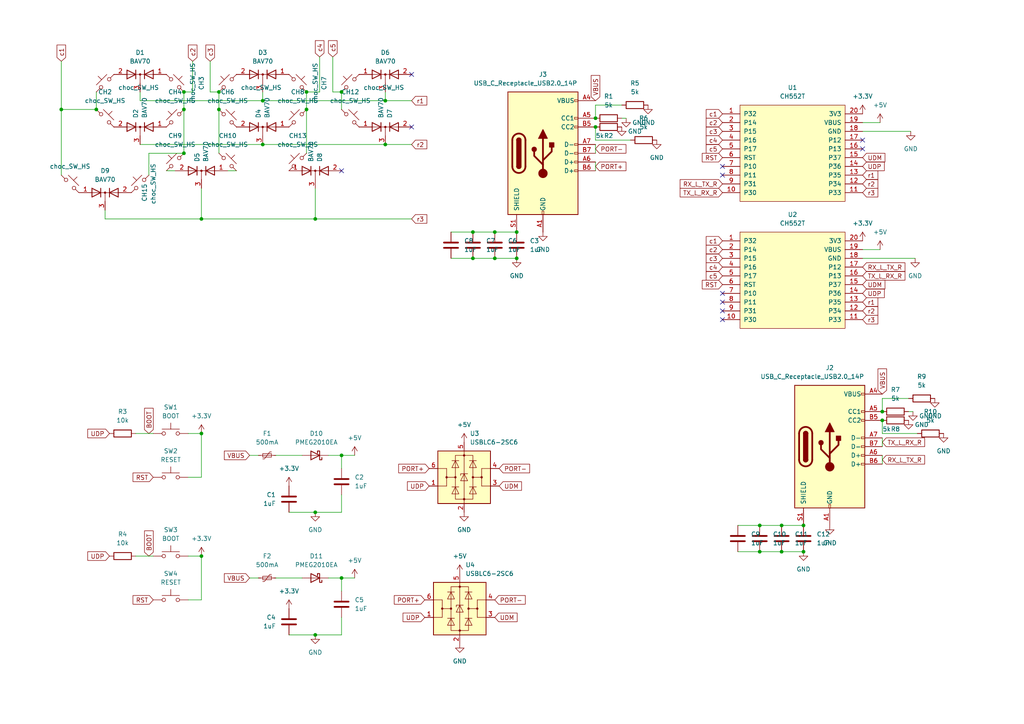
<source format=kicad_sch>
(kicad_sch (version 20231120) (generator "eeschema") (generator_version "8.0")
  (paper "A4")
  (lib_symbols
    (symbol "Connector:USB_C_Receptacle_USB2.0_14P" (pin_names (offset 1.016))
      (property "Reference" "J" (at 0 22.225 0))
      (property "Value" "USB_C_Receptacle_USB2.0_14P" (at 0 19.685 0))
      (symbol "USB_C_Receptacle_USB2.0_14P_0_0"
        (rectangle (start -0.254 -17.78) (end 0.254 -16.764))
        (rectangle (start 10.16 -4.826) (end 9.144 -5.334))
        (rectangle (start 10.16 -2.286) (end 9.144 -2.794))
        (rectangle (start 10.16 0.254) (end 9.144 -0.254))
        (rectangle (start 10.16 2.794) (end 9.144 2.286))
        (rectangle (start 10.16 7.874) (end 9.144 7.366))
        (rectangle (start 10.16 10.414) (end 9.144 9.906))
        (rectangle (start 10.16 15.494) (end 9.144 14.986))
      )
      (symbol "USB_C_Receptacle_USB2.0_14P_0_1"
        (rectangle (start -10.16 17.78) (end 10.16 -17.78) (stroke (width 0.254)) (fill (type background)))
        (arc (start -8.89 -3.81) (mid -6.985 -5.7067) (end -5.08 -3.81) (stroke (width 0.508)))
        (arc (start -7.62 -3.81) (mid -6.985 -4.4423) (end -6.35 -3.81) (stroke (width 0.254)))
        (arc (start -7.62 -3.81) (mid -6.985 -4.4423) (end -6.35 -3.81) (stroke (width 0.254)) (fill (type outline)))
        (rectangle (start -7.62 -3.81) (end -6.35 3.81) (stroke (width 0.254)) (fill (type outline)))
        (arc (start -6.35 3.81) (mid -6.985 4.4423) (end -7.62 3.81) (stroke (width 0.254)))
        (arc (start -6.35 3.81) (mid -6.985 4.4423) (end -7.62 3.81) (stroke (width 0.254)) (fill (type outline)))
        (arc (start -5.08 3.81) (mid -6.985 5.7067) (end -8.89 3.81) (stroke (width 0.508)))
        (circle (center -2.54 1.143) (radius 0.635) (stroke (width 0.254)) (fill (type outline)))
        (circle (center 0 -5.842) (radius 1.27) (fill (type outline)))
        (polyline (pts (xy -8.89 -3.81) (xy -8.89 3.81)) (stroke (width 0.508)))
        (polyline (pts (xy -5.08 3.81) (xy -5.08 -3.81)) (stroke (width 0.508)))
        (polyline (pts (xy 0 -5.842) (xy 0 4.318)) (stroke (width 0.508)))
        (polyline (pts (xy 0 -3.302) (xy -2.54 -0.762) (xy -2.54 0.508)) (stroke (width 0.508)))
        (polyline (pts (xy 0 -2.032) (xy 2.54 0.508) (xy 2.54 1.778)) (stroke (width 0.508)))
        (polyline (pts (xy -1.27 4.318) (xy 0 6.858) (xy 1.27 4.318) (xy -1.27 4.318)) (stroke (width 0.254)) (fill (type outline)))
        (rectangle (start 1.905 1.778) (end 3.175 3.048) (stroke (width 0.254)) (fill (type outline)))
      )
      (symbol "USB_C_Receptacle_USB2.0_14P_1_1"
        (pin passive line (at 0 -22.86 90) (length 5.08) (name "GND") (number "A1"))
        (pin passive line (at 0 -22.86 90) (length 5.08) hide (name "GND") (number "A12"))
        (pin passive line (at 15.24 15.24 180) (length 5.08) (name "VBUS") (number "A4"))
        (pin bidirectional line (at 15.24 10.16 180) (length 5.08) (name "CC1") (number "A5"))
        (pin bidirectional line (at 15.24 -2.54 180) (length 5.08) (name "D+") (number "A6"))
        (pin bidirectional line (at 15.24 2.54 180) (length 5.08) (name "D-") (number "A7"))
        (pin passive line (at 15.24 15.24 180) (length 5.08) hide (name "VBUS") (number "A9"))
        (pin passive line (at 0 -22.86 90) (length 5.08) hide (name "GND") (number "B1"))
        (pin passive line (at 0 -22.86 90) (length 5.08) hide (name "GND") (number "B12"))
        (pin passive line (at 15.24 15.24 180) (length 5.08) hide (name "VBUS") (number "B4"))
        (pin bidirectional line (at 15.24 7.62 180) (length 5.08) (name "CC2") (number "B5"))
        (pin bidirectional line (at 15.24 -5.08 180) (length 5.08) (name "D+") (number "B6"))
        (pin bidirectional line (at 15.24 0 180) (length 5.08) (name "D-") (number "B7"))
        (pin passive line (at 15.24 15.24 180) (length 5.08) hide (name "VBUS") (number "B9"))
        (pin passive line (at -7.62 -22.86 90) (length 5.08) (name "SHIELD") (number "S1"))
      )
    )
    (symbol "Device:C" (pin_numbers hide) (pin_names (offset 0.254))
      (property "Reference" "C" (at 0.635 2.54 0))
      (property "Value" "C" (at 0.635 -2.54 0))
      (symbol "C_0_1"
        (polyline (pts (xy -2.032 -0.762) (xy 2.032 -0.762)) (stroke (width 0.508)))
        (polyline (pts (xy -2.032 0.762) (xy 2.032 0.762)) (stroke (width 0.508)))
      )
      (symbol "C_1_1"
        (pin passive line (at 0 3.81 270) (length 2.794) (name "~") (number "1"))
        (pin passive line (at 0 -3.81 90) (length 2.794) (name "~") (number "2"))
      )
    )
    (symbol "Device:D_Schottky" (pin_numbers hide) (pin_names (offset 1.016) hide)
      (property "Reference" "D" (at 0 2.54 0))
      (property "Value" "D_Schottky" (at 0 -2.54 0))
      (symbol "D_Schottky_0_1"
        (polyline (pts (xy 1.27 0) (xy -1.27 0)))
        (polyline (pts (xy 1.27 1.27) (xy 1.27 -1.27) (xy -1.27 0) (xy 1.27 1.27)) (stroke (width 0.254)))
        (polyline (pts (xy -1.905 0.635) (xy -1.905 1.27) (xy -1.27 1.27) (xy -1.27 -1.27) (xy -0.635 -1.27) (xy -0.635 -0.635)) (stroke (width 0.254)))
      )
      (symbol "D_Schottky_1_1"
        (pin passive line (at -3.81 0 0) (length 2.54) (name "K") (number "1"))
        (pin passive line (at 3.81 0 180) (length 2.54) (name "A") (number "2"))
      )
    )
    (symbol "Device:Polyfuse_Small" (pin_numbers hide) (pin_names (offset 0))
      (property "Reference" "F" (at -1.905 0 90))
      (property "Value" "Polyfuse_Small" (at 1.905 0 90))
      (symbol "Polyfuse_Small_0_1"
        (rectangle (start -0.508 1.27) (end 0.508 -1.27))
        (polyline (pts (xy 0 2.54) (xy 0 -2.54)))
        (polyline (pts (xy -1.016 1.27) (xy -1.016 0.762) (xy 1.016 -0.762) (xy 1.016 -1.27)))
      )
      (symbol "Polyfuse_Small_1_1"
        (pin passive line (at 0 2.54 270) (length 0.635) (name "~") (number "1"))
        (pin passive line (at 0 -2.54 90) (length 0.635) (name "~") (number "2"))
      )
    )
    (symbol "Device:R" (pin_numbers hide) (pin_names (offset 0))
      (property "Reference" "R" (at 2.032 0 90))
      (property "Value" "R" (at 0 0 90))
      (symbol "R_0_1"
        (rectangle (start -1.016 -2.54) (end 1.016 2.54) (stroke (width 0.254)))
      )
      (symbol "R_1_1"
        (pin passive line (at 0 3.81 270) (length 1.27) (name "~") (number "1"))
        (pin passive line (at 0 -3.81 90) (length 1.27) (name "~") (number "2"))
      )
    )
    (symbol "Diode:BAV70" (pin_names hide)
      (property "Reference" "D" (at 0.635 -2.54 0))
      (property "Value" "BAV70" (at 0 2.54 0))
      (symbol "BAV70_0_1"
        (polyline (pts (xy -3.81 0) (xy 3.81 0)))
        (polyline (pts (xy 0 0) (xy 0 -2.54)))
        (polyline (pts (xy -1.27 -1.27) (xy -1.27 1.27) (xy -1.27 1.27)) (stroke (width 0.254)))
        (polyline (pts (xy 1.27 -1.27) (xy 1.27 1.27) (xy 1.27 1.27)) (stroke (width 0.254)))
        (polyline (pts (xy -3.81 1.27) (xy -1.27 0) (xy -3.81 -1.27) (xy -3.81 1.27) (xy -3.81 1.27) (xy -3.81 1.27)) (stroke (width 0.254)))
        (polyline (pts (xy 3.81 -1.27) (xy 1.27 0) (xy 3.81 1.27) (xy 3.81 -1.27) (xy 3.81 -1.27) (xy 3.81 -1.27)) (stroke (width 0.254)))
        (circle (center 0 0) (radius 0.254) (fill (type outline)))
        (pin passive line (at -7.62 0 0) (length 3.81) (name "A") (number "1"))
        (pin passive line (at 7.62 0 180) (length 3.81) (name "A") (number "2"))
        (pin passive line (at 0 -5.08 90) (length 2.54) (name "K") (number "3"))
      )
    )
    (symbol "PCM_marbastlib-choc:choc_SW_HS" (pin_numbers hide) (pin_names (offset 1.016) hide)
      (property "Reference" "CH" (at 3.048 1.016 0))
      (property "Value" "choc_SW_HS" (at 0 -3.81 0))
      (symbol "choc_SW_HS_0_1"
        (circle (center -1.1684 1.1684) (radius 0.508))
        (polyline (pts (xy -0.508 2.54) (xy 2.54 -0.508)))
        (polyline (pts (xy 1.016 1.016) (xy 2.032 2.032)))
        (polyline (pts (xy -2.54 2.54) (xy -1.524 1.524) (xy -1.524 1.524)))
        (polyline (pts (xy 1.524 -1.524) (xy 2.54 -2.54) (xy 2.54 -2.54) (xy 2.54 -2.54)))
        (circle (center 1.143 -1.1938) (radius 0.508))
        (pin passive line (at -2.54 2.54 0) (length 0) (name "1") (number "1"))
        (pin passive line (at 2.54 -2.54 180) (length 0) (name "2") (number "2"))
      )
    )
    (symbol "Power_Protection:USBLC6-2SC6" (pin_names hide)
      (property "Reference" "U" (at 2.54 8.89 0))
      (property "Value" "USBLC6-2SC6" (at 2.54 -8.89 0))
      (symbol "USBLC6-2SC6_0_1"
        (rectangle (start -7.62 -7.62) (end 7.62 7.62) (stroke (width 0.254)) (fill (type background)))
        (circle (center -5.08 0) (radius 0.254) (fill (type outline)))
        (circle (center -2.54 0) (radius 0.254) (fill (type outline)))
        (rectangle (start -2.54 6.35) (end 2.54 -6.35))
        (circle (center 0 -6.35) (radius 0.254) (fill (type outline)))
        (polyline (pts (xy -5.08 -2.54) (xy -7.62 -2.54)))
        (polyline (pts (xy -5.08 0) (xy -5.08 -2.54)))
        (polyline (pts (xy -5.08 2.54) (xy -7.62 2.54)))
        (polyline (pts (xy -1.524 -2.794) (xy -3.556 -2.794)))
        (polyline (pts (xy -1.524 4.826) (xy -3.556 4.826)))
        (polyline (pts (xy 0 -7.62) (xy 0 -6.35)))
        (polyline (pts (xy 0 -6.35) (xy 0 1.27)))
        (polyline (pts (xy 0 1.27) (xy 0 6.35)))
        (polyline (pts (xy 0 6.35) (xy 0 7.62)))
        (polyline (pts (xy 1.524 -2.794) (xy 3.556 -2.794)))
        (polyline (pts (xy 1.524 4.826) (xy 3.556 4.826)))
        (polyline (pts (xy 5.08 -2.54) (xy 7.62 -2.54)))
        (polyline (pts (xy 5.08 0) (xy 5.08 -2.54)))
        (polyline (pts (xy 5.08 2.54) (xy 7.62 2.54)))
        (polyline (pts (xy -2.54 0) (xy -5.08 0) (xy -5.08 2.54)))
        (polyline (pts (xy 2.54 0) (xy 5.08 0) (xy 5.08 2.54)))
        (polyline (pts (xy -3.556 -4.826) (xy -1.524 -4.826) (xy -2.54 -2.794) (xy -3.556 -4.826)))
        (polyline (pts (xy -3.556 2.794) (xy -1.524 2.794) (xy -2.54 4.826) (xy -3.556 2.794)))
        (polyline (pts (xy -1.016 -1.016) (xy 1.016 -1.016) (xy 0 1.016) (xy -1.016 -1.016)))
        (polyline (pts (xy 1.016 1.016) (xy 0.762 1.016) (xy -1.016 1.016) (xy -1.016 0.508)))
        (polyline (pts (xy 3.556 -4.826) (xy 1.524 -4.826) (xy 2.54 -2.794) (xy 3.556 -4.826)))
        (polyline (pts (xy 3.556 2.794) (xy 1.524 2.794) (xy 2.54 4.826) (xy 3.556 2.794)))
        (circle (center 0 6.35) (radius 0.254) (fill (type outline)))
        (circle (center 2.54 0) (radius 0.254) (fill (type outline)))
        (circle (center 5.08 0) (radius 0.254) (fill (type outline)))
      )
      (symbol "USBLC6-2SC6_1_1"
        (pin passive line (at -10.16 -2.54 0) (length 2.54) (name "I/O1") (number "1"))
        (pin passive line (at 0 -10.16 90) (length 2.54) (name "GND") (number "2"))
        (pin passive line (at 10.16 -2.54 180) (length 2.54) (name "I/O2") (number "3"))
        (pin passive line (at 10.16 2.54 180) (length 2.54) (name "I/O2") (number "4"))
        (pin passive line (at 0 10.16 270) (length 2.54) (name "VBUS") (number "5"))
        (pin passive line (at -10.16 2.54 0) (length 2.54) (name "I/O1") (number "6"))
      )
    )
    (symbol "ProjectLocal:CH552T" (pin_names (offset 1.016))
      (property "Reference" "U" (at -12.7 27.94 0))
      (property "Value" "CH552T" (at 0 12.7 90))
      (symbol "CH552T_0_1"
        (rectangle (start -15.24 25.4) (end 15.24 -2.54) (fill (type background)))
      )
      (symbol "CH552T_1_1"
        (pin bidirectional line (at -20.32 22.86 0) (length 5.08) (name "P32") (number "1"))
        (pin bidirectional line (at -20.32 0 0) (length 5.08) (name "P30") (number "10"))
        (pin bidirectional line (at 20.32 0 180) (length 5.08) (name "P33") (number "11"))
        (pin bidirectional line (at 20.32 2.54 180) (length 5.08) (name "P34") (number "12"))
        (pin bidirectional line (at 20.32 5.08 180) (length 5.08) (name "P35") (number "13"))
        (pin bidirectional line (at 20.32 7.62 180) (length 5.08) (name "P36") (number "14"))
        (pin bidirectional line (at 20.32 10.16 180) (length 5.08) (name "P37") (number "15"))
        (pin bidirectional line (at 20.32 12.7 180) (length 5.08) (name "P13") (number "16"))
        (pin bidirectional line (at 20.32 15.24 180) (length 5.08) (name "P12") (number "17"))
        (pin power_out line (at 20.32 17.78 180) (length 5.08) (name "GND") (number "18"))
        (pin power_out line (at 20.32 20.32 180) (length 5.08) (name "VBUS") (number "19"))
        (pin bidirectional line (at -20.32 20.32 0) (length 5.08) (name "P14") (number "2"))
        (pin power_out line (at 20.32 22.86 180) (length 5.08) (name "3V3") (number "20"))
        (pin bidirectional line (at -20.32 17.78 0) (length 5.08) (name "P15") (number "3"))
        (pin bidirectional line (at -20.32 15.24 0) (length 5.08) (name "P16") (number "4"))
        (pin bidirectional line (at -20.32 12.7 0) (length 5.08) (name "P17") (number "5"))
        (pin bidirectional line (at -20.32 10.16 0) (length 5.08) (name "RST") (number "6"))
        (pin bidirectional line (at -20.32 7.62 0) (length 5.08) (name "P10") (number "7"))
        (pin bidirectional line (at -20.32 5.08 0) (length 5.08) (name "P11") (number "8"))
        (pin bidirectional line (at -20.32 2.54 0) (length 5.08) (name "P31") (number "9"))
      )
    )
    (symbol "Switch:SW_Push" (pin_numbers hide) (pin_names (offset 1.016) hide)
      (property "Reference" "SW" (at 1.27 2.54 0))
      (property "Value" "SW_Push" (at 0 -1.524 0))
      (symbol "SW_Push_0_1"
        (circle (center -2.032 0) (radius 0.508))
        (polyline (pts (xy 0 1.27) (xy 0 3.048)))
        (polyline (pts (xy 2.54 1.27) (xy -2.54 1.27)))
        (circle (center 2.032 0) (radius 0.508))
        (pin passive line (at -5.08 0 0) (length 2.54) (name "1") (number "1"))
        (pin passive line (at 5.08 0 180) (length 2.54) (name "2") (number "2"))
      )
    )
    (symbol "power:+3.3V" (power) (pin_names (offset 0))
      (property "Value" "+3.3V" (at 0 3.556 0))
      (symbol "+3.3V_0_1"
        (polyline (pts (xy -0.762 1.27) (xy 0 2.54)))
        (polyline (pts (xy 0 0) (xy 0 2.54)))
        (polyline (pts (xy 0 2.54) (xy 0.762 1.27)))
      )
      (symbol "+3.3V_1_1"
        (pin power_in line (at 0 0 90) (length 0) hide (name "+3.3V") (number "1"))
      )
    )
    (symbol "power:+5V" (power) (pin_names (offset 0))
      (property "Value" "+5V" (at 0 3.556 0))
      (symbol "+5V_0_1"
        (polyline (pts (xy -0.762 1.27) (xy 0 2.54)))
        (polyline (pts (xy 0 0) (xy 0 2.54)))
        (polyline (pts (xy 0 2.54) (xy 0.762 1.27)))
      )
      (symbol "+5V_1_1"
        (pin power_in line (at 0 0 90) (length 0) hide (name "+5V") (number "1"))
      )
    )
    (symbol "power:GND" (power) (pin_names (offset 0))
      (property "Value" "GND" (at 0 -3.81 0))
      (symbol "GND_0_1"
        (polyline (pts (xy 0 0) (xy 0 -1.27) (xy 1.27 -1.27) (xy 0 -2.54) (xy -1.27 -1.27) (xy 0 -1.27)))
      )
      (symbol "GND_1_1"
        (pin power_in line (at 0 0 270) (length 0) hide (name "GND") (number "1"))
      )
    )
  )
  (junction (at 137.16 74.93))
  (junction (at 53.34 44.45))
  (junction (at 233.045 152.4))
  (junction (at 99.06 26.67))
  (junction (at 143.51 67.31))
  (junction (at 111.76 41.91))
  (junction (at 111.76 29.21))
  (junction (at 99.06 167.64))
  (junction (at 58.42 125.73))
  (junction (at 27.94 31.75))
  (junction (at 88.9 26.67))
  (junction (at 17.78 31.75))
  (junction (at 76.2 41.91))
  (junction (at 53.34 26.67))
  (junction (at 255.905 119.38))
  (junction (at 53.34 31.75))
  (junction (at 233.045 160.02))
  (junction (at 137.16 67.31))
  (junction (at 63.5 31.75))
  (junction (at 143.51 74.93))
  (junction (at 226.695 152.4))
  (junction (at 88.9 31.75))
  (junction (at 220.345 152.4))
  (junction (at 220.345 160.02))
  (junction (at 149.86 67.31))
  (junction (at 149.86 74.93))
  (junction (at 91.44 148.59))
  (junction (at 91.44 184.15))
  (junction (at 172.72 34.29))
  (junction (at 172.72 36.83))
  (junction (at 226.695 160.02))
  (junction (at 76.2 29.21))
  (junction (at 255.905 121.92))
  (junction (at 58.42 161.29))
  (junction (at 63.5 26.67))
  (junction (at 91.44 63.5))
  (junction (at 58.42 63.5))
  (junction (at 99.06 132.08))
  (no_connect (at 119.38 21.59))
  (no_connect (at 250.19 43.18))
  (no_connect (at 209.55 85.09))
  (no_connect (at 99.06 49.53))
  (no_connect (at 209.55 48.26))
  (no_connect (at 250.19 40.64))
  (no_connect (at 209.55 87.63))
  (no_connect (at 119.38 36.83))
  (no_connect (at 209.55 90.17))
  (no_connect (at 209.55 50.8))
  (no_connect (at 209.55 92.71))
  (wire (pts (xy 76.2 29.21) (xy 111.76 29.21)))
  (wire (pts (xy 53.34 26.67) (xy 53.34 31.75)))
  (wire (pts (xy 88.9 31.75) (xy 88.9 44.45)))
  (wire (pts (xy 55.88 17.78) (xy 55.88 26.67)))
  (wire (pts (xy 76.2 41.91) (xy 111.76 41.91)))
  (wire (pts (xy 48.26 49.53) (xy 50.8 49.53)))
  (wire (pts (xy 95.25 167.64) (xy 99.06 167.64)))
  (wire (pts (xy 30.48 63.5) (xy 58.42 63.5)))
  (wire (pts (xy 172.72 30.48) (xy 180.34 30.48)))
  (wire (pts (xy 40.64 26.67) (xy 40.64 29.21)))
  (wire (pts (xy 172.72 40.64) (xy 182.88 40.64)))
  (wire (pts (xy 213.995 160.02) (xy 220.345 160.02)))
  (wire (pts (xy 255.905 125.73) (xy 266.065 125.73)))
  (wire (pts (xy 99.06 148.59) (xy 99.06 143.51)))
  (wire (pts (xy 66.04 49.53) (xy 68.58 49.53)))
  (wire (pts (xy 72.39 132.08) (xy 74.93 132.08)))
  (wire (pts (xy 137.16 67.31) (xy 143.51 67.31)))
  (wire (pts (xy 39.37 161.29) (xy 44.45 161.29)))
  (wire (pts (xy 58.42 63.5) (xy 58.42 54.61)))
  (wire (pts (xy 80.01 132.08) (xy 87.63 132.08)))
  (wire (pts (xy 53.34 44.45) (xy 43.18 44.45)))
  (wire (pts (xy 17.78 17.78) (xy 17.78 31.75)))
  (wire (pts (xy 137.16 74.93) (xy 143.51 74.93)))
  (wire (pts (xy 255.905 127) (xy 255.905 129.54)))
  (wire (pts (xy 60.96 17.78) (xy 60.96 26.67)))
  (wire (pts (xy 54.61 173.99) (xy 58.42 173.99)))
  (wire (pts (xy 54.61 138.43) (xy 58.42 138.43)))
  (wire (pts (xy 255.905 115.57) (xy 263.525 115.57)))
  (wire (pts (xy 92.71 16.51) (xy 92.71 26.67)))
  (wire (pts (xy 92.71 26.67) (xy 88.9 26.67)))
  (wire (pts (xy 91.44 63.5) (xy 119.38 63.5)))
  (wire (pts (xy 250.19 72.39) (xy 255.27 72.39)))
  (wire (pts (xy 255.905 121.92) (xy 255.905 125.73)))
  (wire (pts (xy 220.345 160.02) (xy 226.695 160.02)))
  (wire (pts (xy 91.44 148.59) (xy 99.06 148.59)))
  (wire (pts (xy 99.06 26.67) (xy 99.06 31.75)))
  (wire (pts (xy 220.345 152.4) (xy 226.695 152.4)))
  (wire (pts (xy 172.72 41.91) (xy 172.72 44.45)))
  (wire (pts (xy 172.72 46.99) (xy 172.72 49.53)))
  (wire (pts (xy 172.72 30.48) (xy 172.72 34.29)))
  (wire (pts (xy 55.88 26.67) (xy 53.34 26.67)))
  (wire (pts (xy 96.52 16.51) (xy 96.52 26.67)))
  (wire (pts (xy 263.525 119.38) (xy 264.795 119.38)))
  (wire (pts (xy 40.64 29.21) (xy 76.2 29.21)))
  (wire (pts (xy 99.06 132.08) (xy 102.87 132.08)))
  (wire (pts (xy 27.94 26.67) (xy 27.94 31.75)))
  (wire (pts (xy 39.37 125.73) (xy 44.45 125.73)))
  (wire (pts (xy 17.78 31.75) (xy 17.78 50.8)))
  (wire (pts (xy 83.82 148.59) (xy 91.44 148.59)))
  (wire (pts (xy 250.19 74.93) (xy 265.43 74.93)))
  (wire (pts (xy 88.9 26.67) (xy 88.9 31.75)))
  (wire (pts (xy 255.905 132.08) (xy 255.905 134.62)))
  (wire (pts (xy 80.01 167.64) (xy 87.63 167.64)))
  (wire (pts (xy 99.06 167.64) (xy 99.06 171.45)))
  (wire (pts (xy 111.76 29.21) (xy 111.76 26.67)))
  (wire (pts (xy 76.2 26.67) (xy 76.2 29.21)))
  (wire (pts (xy 83.82 184.15) (xy 91.44 184.15)))
  (wire (pts (xy 54.61 125.73) (xy 58.42 125.73)))
  (wire (pts (xy 58.42 63.5) (xy 91.44 63.5)))
  (wire (pts (xy 226.695 160.02) (xy 233.045 160.02)))
  (wire (pts (xy 143.51 74.93) (xy 149.86 74.93)))
  (wire (pts (xy 180.34 34.29) (xy 181.61 34.29)))
  (wire (pts (xy 226.695 152.4) (xy 233.045 152.4)))
  (wire (pts (xy 111.76 41.91) (xy 119.38 41.91)))
  (wire (pts (xy 91.44 54.61) (xy 91.44 63.5)))
  (wire (pts (xy 30.48 60.96) (xy 30.48 63.5)))
  (wire (pts (xy 250.19 35.56) (xy 255.27 35.56)))
  (wire (pts (xy 58.42 161.29) (xy 58.42 173.99)))
  (wire (pts (xy 91.44 184.15) (xy 99.06 184.15)))
  (wire (pts (xy 63.5 31.75) (xy 63.5 44.45)))
  (wire (pts (xy 143.51 67.31) (xy 149.86 67.31)))
  (wire (pts (xy 40.64 41.91) (xy 76.2 41.91)))
  (wire (pts (xy 60.96 26.67) (xy 63.5 26.67)))
  (wire (pts (xy 72.39 167.64) (xy 74.93 167.64)))
  (wire (pts (xy 250.19 38.1) (xy 264.16 38.1)))
  (wire (pts (xy 213.995 152.4) (xy 220.345 152.4)))
  (wire (pts (xy 130.81 74.93) (xy 137.16 74.93)))
  (wire (pts (xy 54.61 161.29) (xy 58.42 161.29)))
  (wire (pts (xy 99.06 132.08) (xy 99.06 135.89)))
  (wire (pts (xy 53.34 31.75) (xy 53.34 44.45)))
  (wire (pts (xy 99.06 167.64) (xy 102.87 167.64)))
  (wire (pts (xy 95.25 132.08) (xy 99.06 132.08)))
  (wire (pts (xy 43.18 44.45) (xy 43.18 50.8)))
  (wire (pts (xy 111.76 29.21) (xy 119.38 29.21)))
  (wire (pts (xy 255.905 115.57) (xy 255.905 119.38)))
  (wire (pts (xy 58.42 125.73) (xy 58.42 138.43)))
  (wire (pts (xy 63.5 26.67) (xy 63.5 31.75)))
  (wire (pts (xy 172.72 36.83) (xy 172.72 40.64)))
  (wire (pts (xy 17.78 31.75) (xy 27.94 31.75)))
  (wire (pts (xy 96.52 26.67) (xy 99.06 26.67)))
  (wire (pts (xy 99.06 184.15) (xy 99.06 179.07)))
  (wire (pts (xy 130.81 67.31) (xy 137.16 67.31)))
  (global_label "BOOT" (shape input) (at 43.18 161.29 90) (property "Intersheetrefs" "${INTERSHEET_REFS}" (effects (hide yes))))
  (global_label "TX_L_RX_R" (shape input) (at 250.19 80.01 0) (property "Intersheetrefs" "${INTERSHEET_REFS}" (effects (hide yes))))
  (global_label "PORT+" (shape input) (at 123.19 173.99 180) (property "Intersheetrefs" "${INTERSHEET_REFS}" (effects (hide yes))))
  (global_label "VBUS" (shape input) (at 255.905 114.3 90) (property "Intersheetrefs" "${INTERSHEET_REFS}" (effects (hide yes))))
  (global_label "VBUS" (shape input) (at 72.39 167.64 180) (property "Intersheetrefs" "${INTERSHEET_REFS}" (effects (hide yes))))
  (global_label "UDP" (shape input) (at 250.19 85.09 0) (property "Intersheetrefs" "${INTERSHEET_REFS}" (effects (hide yes))))
  (global_label "r1" (shape input) (at 119.38 29.21 0) (property "Intersheetrefs" "${INTERSHEET_REFS}" (effects (hide yes))))
  (global_label "RX_L_TX_R" (shape input) (at 250.19 77.47 0) (property "Intersheetrefs" "${INTERSHEET_REFS}" (effects (hide yes))))
  (global_label "PORT+" (shape input) (at 172.72 48.26 0) (property "Intersheetrefs" "${INTERSHEET_REFS}" (effects (hide yes))))
  (global_label "c1" (shape input) (at 209.55 69.85 180) (property "Intersheetrefs" "${INTERSHEET_REFS}" (effects (hide yes))))
  (global_label "VBUS" (shape input) (at 72.39 132.08 180) (property "Intersheetrefs" "${INTERSHEET_REFS}" (effects (hide yes))))
  (global_label "r2" (shape input) (at 250.19 90.17 0) (property "Intersheetrefs" "${INTERSHEET_REFS}" (effects (hide yes))))
  (global_label "UDP" (shape input) (at 31.75 161.29 180) (property "Intersheetrefs" "${INTERSHEET_REFS}" (effects (hide yes))))
  (global_label "r3" (shape input) (at 250.19 55.88 0) (property "Intersheetrefs" "${INTERSHEET_REFS}" (effects (hide yes))))
  (global_label "UDM" (shape input) (at 250.19 82.55 0) (property "Intersheetrefs" "${INTERSHEET_REFS}" (effects (hide yes))))
  (global_label "c3" (shape input) (at 60.96 17.78 90) (property "Intersheetrefs" "${INTERSHEET_REFS}" (effects (hide yes))))
  (global_label "PORT+" (shape input) (at 124.46 135.89 180) (property "Intersheetrefs" "${INTERSHEET_REFS}" (effects (hide yes))))
  (global_label "r3" (shape input) (at 119.38 63.5 0) (property "Intersheetrefs" "${INTERSHEET_REFS}" (effects (hide yes))))
  (global_label "UDP" (shape input) (at 250.19 48.26 0) (property "Intersheetrefs" "${INTERSHEET_REFS}" (effects (hide yes))))
  (global_label "UDM" (shape input) (at 144.78 140.97 0) (property "Intersheetrefs" "${INTERSHEET_REFS}" (effects (hide yes))))
  (global_label "c1" (shape input) (at 209.55 33.02 180) (property "Intersheetrefs" "${INTERSHEET_REFS}" (effects (hide yes))))
  (global_label "RST" (shape input) (at 44.45 138.43 180) (property "Intersheetrefs" "${INTERSHEET_REFS}" (effects (hide yes))))
  (global_label "r2" (shape input) (at 250.19 53.34 0) (property "Intersheetrefs" "${INTERSHEET_REFS}" (effects (hide yes))))
  (global_label "c3" (shape input) (at 209.55 38.1 180) (property "Intersheetrefs" "${INTERSHEET_REFS}" (effects (hide yes))))
  (global_label "c2" (shape input) (at 209.55 72.39 180) (property "Intersheetrefs" "${INTERSHEET_REFS}" (effects (hide yes))))
  (global_label "UDP" (shape input) (at 123.19 179.07 180) (property "Intersheetrefs" "${INTERSHEET_REFS}" (effects (hide yes))))
  (global_label "r2" (shape input) (at 119.38 41.91 0) (property "Intersheetrefs" "${INTERSHEET_REFS}" (effects (hide yes))))
  (global_label "UDM" (shape input) (at 143.51 179.07 0) (property "Intersheetrefs" "${INTERSHEET_REFS}" (effects (hide yes))))
  (global_label "c4" (shape input) (at 209.55 77.47 180) (property "Intersheetrefs" "${INTERSHEET_REFS}" (effects (hide yes))))
  (global_label "PORT-" (shape input) (at 172.72 43.18 0) (property "Intersheetrefs" "${INTERSHEET_REFS}" (effects (hide yes))))
  (global_label "VBUS" (shape input) (at 172.72 29.21 90) (property "Intersheetrefs" "${INTERSHEET_REFS}" (effects (hide yes))))
  (global_label "RX_L_TX_R" (shape input) (at 209.55 53.34 180) (property "Intersheetrefs" "${INTERSHEET_REFS}" (effects (hide yes))))
  (global_label "RST" (shape input) (at 209.55 45.72 180) (property "Intersheetrefs" "${INTERSHEET_REFS}" (effects (hide yes))))
  (global_label "UDP" (shape input) (at 31.75 125.73 180) (property "Intersheetrefs" "${INTERSHEET_REFS}" (effects (hide yes))))
  (global_label "c2" (shape input) (at 55.88 17.78 90) (property "Intersheetrefs" "${INTERSHEET_REFS}" (effects (hide yes))))
  (global_label "PORT-" (shape input) (at 143.51 173.99 0) (property "Intersheetrefs" "${INTERSHEET_REFS}" (effects (hide yes))))
  (global_label "c1" (shape input) (at 17.78 17.78 90) (property "Intersheetrefs" "${INTERSHEET_REFS}" (effects (hide yes))))
  (global_label "TX_L_RX_R" (shape input) (at 255.905 128.27 0) (property "Intersheetrefs" "${INTERSHEET_REFS}" (effects (hide yes))))
  (global_label "PORT-" (shape input) (at 144.78 135.89 0) (property "Intersheetrefs" "${INTERSHEET_REFS}" (effects (hide yes))))
  (global_label "c5" (shape input) (at 209.55 80.01 180) (property "Intersheetrefs" "${INTERSHEET_REFS}" (effects (hide yes))))
  (global_label "UDM" (shape input) (at 250.19 45.72 0) (property "Intersheetrefs" "${INTERSHEET_REFS}" (effects (hide yes))))
  (global_label "c5" (shape input) (at 209.55 43.18 180) (property "Intersheetrefs" "${INTERSHEET_REFS}" (effects (hide yes))))
  (global_label "c3" (shape input) (at 209.55 74.93 180) (property "Intersheetrefs" "${INTERSHEET_REFS}" (effects (hide yes))))
  (global_label "RX_L_TX_R" (shape input) (at 255.905 133.35 0) (property "Intersheetrefs" "${INTERSHEET_REFS}" (effects (hide yes))))
  (global_label "RST" (shape input) (at 209.55 82.55 180) (property "Intersheetrefs" "${INTERSHEET_REFS}" (effects (hide yes))))
  (global_label "r3" (shape input) (at 250.19 92.71 0) (property "Intersheetrefs" "${INTERSHEET_REFS}" (effects (hide yes))))
  (global_label "TX_L_RX_R" (shape input) (at 209.55 55.88 180) (property "Intersheetrefs" "${INTERSHEET_REFS}" (effects (hide yes))))
  (global_label "BOOT" (shape input) (at 43.18 125.73 90) (property "Intersheetrefs" "${INTERSHEET_REFS}" (effects (hide yes))))
  (global_label "c5" (shape input) (at 96.52 16.51 90) (property "Intersheetrefs" "${INTERSHEET_REFS}" (effects (hide yes))))
  (global_label "c4" (shape input) (at 209.55 40.64 180) (property "Intersheetrefs" "${INTERSHEET_REFS}" (effects (hide yes))))
  (global_label "UDP" (shape input) (at 124.46 140.97 180) (property "Intersheetrefs" "${INTERSHEET_REFS}" (effects (hide yes))))
  (global_label "c4" (shape input) (at 92.71 16.51 90) (property "Intersheetrefs" "${INTERSHEET_REFS}" (effects (hide yes))))
  (global_label "r1" (shape input) (at 250.19 87.63 0) (property "Intersheetrefs" "${INTERSHEET_REFS}" (effects (hide yes))))
  (global_label "RST" (shape input) (at 44.45 173.99 180) (property "Intersheetrefs" "${INTERSHEET_REFS}" (effects (hide yes))))
  (global_label "r1" (shape input) (at 250.19 50.8 0) (property "Intersheetrefs" "${INTERSHEET_REFS}" (effects (hide yes))))
  (global_label "c2" (shape input) (at 209.55 35.56 180) (property "Intersheetrefs" "${INTERSHEET_REFS}" (effects (hide yes))))
  (symbol (lib_id "Device:C") (at 233.045 156.21 0) (unit 1)
    (property "Reference" "C12" (at 236.855 154.94 0) (effects (justify left)))
    (property "Value" "1uF" (at 236.855 157.48 0) (effects (justify left)))
    (property "Footprint" "Capacitor_SMD:C_0603_1608Metric_Pad1.08x0.95mm_HandSolder" (effects (hide yes)))
  )
  (symbol (lib_id "power:GND") (at 233.045 160.02 0) (mirror y) (unit 1)
    (property "Reference" "#PWR030" (effects (hide yes)))
    (property "Value" "GND" (at 233.045 165.1 0))
  )
  (symbol (lib_id "Device:C") (at 137.16 71.12 0) (unit 1)
    (property "Reference" "C7" (at 140.97 69.85 0) (effects (justify left)))
    (property "Value" "1uF" (at 140.97 72.39 0) (effects (justify left)))
    (property "Footprint" "Capacitor_SMD:C_0603_1608Metric_Pad1.08x0.95mm_HandSolder" (effects (hide yes)))
  )
  (symbol (lib_id "PCM_marbastlib-choc:choc_SW_HS") (at 30.48 24.13 90) (unit 1)
    (property "Reference" "CH1" (effects (hide yes)))
    (property "Value" "choc_SW_HS" (at 34.29 25.4 90) (effects (justify right)))
    (property "Footprint" "s-ol:PG1350_hotswap_reversible" (effects (hide yes)))
  )
  (symbol (lib_id "Diode:BAV70") (at 58.42 49.53 0) (mirror y) (unit 1)
    (property "Reference" "D5" (at 57.15 46.99 90) (effects (justify left)))
    (property "Value" "BAV70" (at 59.69 46.99 90) (effects (justify left)))
    (property "Footprint" "Package_TO_SOT_SMD:SOT-23" (effects (hide yes)))
    (property "Datasheet" "https://assets.nexperia.com/documents/data-sheet/BAV70_SER.pdf" (effects (hide yes)))
  )
  (symbol (lib_id "Device:R") (at 267.335 115.57 90) (unit 1)
    (property "Reference" "R9" (at 267.335 109.22 90))
    (property "Value" "5k" (at 267.335 111.76 90))
    (property "Footprint" "Resistor_SMD:R_0603_1608Metric_Pad0.98x0.95mm_HandSolder" (effects (hide yes)))
  )
  (symbol (lib_id "Diode:BAV70") (at 111.76 21.59 0) (unit 1)
    (property "Reference" "D6" (at 111.76 15.24 0))
    (property "Value" "BAV70" (at 111.76 17.78 0))
    (property "Footprint" "Package_TO_SOT_SMD:SOT-23" (effects (hide yes)))
    (property "Datasheet" "https://assets.nexperia.com/documents/data-sheet/BAV70_SER.pdf" (effects (hide yes)))
  )
  (symbol (lib_id "PCM_marbastlib-choc:choc_SW_HS") (at 66.04 46.99 0) (unit 1)
    (property "Reference" "CH10" (at 66.04 39.37 0))
    (property "Value" "choc_SW_HS" (at 66.04 41.91 0))
    (property "Footprint" "s-ol:PG1350_hotswap_reversible" (effects (hide yes)))
  )
  (symbol (lib_id "ProjectLocal:CH552T") (at 229.87 92.71 0) (unit 1)
    (property "Reference" "U2" (at 229.87 62.23 0))
    (property "Value" "CH552T" (at 229.87 64.77 0))
    (property "Footprint" "Package_SO:TSSOP-20_4.4x6.5mm_P0.65mm" (effects (hide yes)))
    (property "LCSC" "C111367" (effects (hide yes)))
  )
  (symbol (lib_id "Device:C") (at 83.82 180.34 0) (unit 1)
    (property "Reference" "C4" (at 80.01 179.07 0) (effects (justify right)))
    (property "Value" "1uF" (at 80.01 181.61 0) (effects (justify right)))
    (property "Footprint" "Capacitor_SMD:C_0603_1608Metric_Pad1.08x0.95mm_HandSolder" (effects (hide yes)))
  )
  (symbol (lib_id "power:+3.3V") (at 250.19 33.02 0) (unit 1)
    (property "Reference" "#PWR07" (effects (hide yes)))
    (property "Value" "+3.3V" (at 250.19 27.94 0))
  )
  (symbol (lib_id "power:+5V") (at 102.87 167.64 0) (unit 1)
    (property "Reference" "#PWR020" (effects (hide yes)))
    (property "Value" "+5V" (at 102.87 162.56 0))
  )
  (symbol (lib_id "power:GND") (at 273.685 125.73 0) (unit 1)
    (property "Reference" "#PWR029" (effects (hide yes)))
    (property "Value" "GND" (at 273.685 130.81 0))
  )
  (symbol (lib_id "Device:C") (at 99.06 175.26 0) (unit 1)
    (property "Reference" "C5" (at 102.87 173.99 0) (effects (justify left)))
    (property "Value" "1uF" (at 102.87 176.53 0) (effects (justify left)))
    (property "Footprint" "Capacitor_SMD:C_0603_1608Metric_Pad1.08x0.95mm_HandSolder" (effects (hide yes)))
  )
  (symbol (lib_id "Device:R") (at 176.53 36.83 90) (unit 1)
    (property "Reference" "R2" (at 176.53 39.37 90))
    (property "Value" "5k" (at 173.99 39.37 90))
    (property "Footprint" "Resistor_SMD:R_0603_1608Metric_Pad0.98x0.95mm_HandSolder" (effects (hide yes)))
  )
  (symbol (lib_id "Power_Protection:USBLC6-2SC6") (at 133.35 176.53 0) (unit 1)
    (property "Reference" "U4" (at 135.0011 163.83 0) (effects (justify left)))
    (property "Value" "USBLC6-2SC6" (at 135.0011 166.37 0) (effects (justify left)))
    (property "Footprint" "Package_TO_SOT_SMD:SOT-23-6" (effects (hide yes)))
    (property "Datasheet" "https://www.st.com/resource/en/datasheet/usblc6-2.pdf" (effects (hide yes)))
  )
  (symbol (lib_id "Diode:BAV70") (at 91.44 49.53 0) (unit 1)
    (property "Reference" "D8" (at 92.71 46.99 90) (effects (justify left)))
    (property "Value" "BAV70" (at 90.17 46.99 90) (effects (justify left)))
    (property "Footprint" "Package_TO_SOT_SMD:SOT-23" (effects (hide yes)))
    (property "Datasheet" "https://assets.nexperia.com/documents/data-sheet/BAV70_SER.pdf" (effects (hide yes)))
  )
  (symbol (lib_id "power:GND") (at 271.145 115.57 0) (unit 1)
    (property "Reference" "#PWR028" (effects (hide yes)))
    (property "Value" "GND" (at 271.145 120.65 0))
  )
  (symbol (lib_id "power:GND") (at 149.86 74.93 0) (mirror y) (unit 1)
    (property "Reference" "#PWR014" (effects (hide yes)))
    (property "Value" "GND" (at 149.86 80.01 0))
  )
  (symbol (lib_id "Device:C") (at 220.345 156.21 0) (unit 1)
    (property "Reference" "C10" (at 224.155 154.94 0) (effects (justify left)))
    (property "Value" "1uF" (at 224.155 157.48 0) (effects (justify left)))
    (property "Footprint" "Capacitor_SMD:C_0603_1608Metric_Pad1.08x0.95mm_HandSolder" (effects (hide yes)))
  )
  (symbol (lib_id "Diode:BAV70") (at 76.2 21.59 0) (mirror y) (unit 1)
    (property "Reference" "D3" (at 76.2 15.24 0))
    (property "Value" "BAV70" (at 76.2 17.78 0))
    (property "Footprint" "Package_TO_SOT_SMD:SOT-23" (effects (hide yes)))
    (property "Datasheet" "https://assets.nexperia.com/documents/data-sheet/BAV70_SER.pdf" (effects (hide yes)))
  )
  (symbol (lib_id "Device:C") (at 130.81 71.12 0) (unit 1)
    (property "Reference" "C8" (at 134.62 69.85 0) (effects (justify left)))
    (property "Value" "1uF" (at 134.62 72.39 0) (effects (justify left)))
    (property "Footprint" "Capacitor_SMD:C_0603_1608Metric_Pad1.08x0.95mm_HandSolder" (effects (hide yes)))
  )
  (symbol (lib_id "PCM_marbastlib-choc:choc_SW_HS") (at 40.64 53.34 0) (mirror y) (unit 1)
    (property "Reference" "CH15" (at 41.91 55.88 90))
    (property "Value" "choc_SW_HS" (at 44.45 53.34 90))
    (property "Footprint" "s-ol:PG1350_hotswap_reversible" (effects (hide yes)))
  )
  (symbol (lib_id "PCM_marbastlib-choc:choc_SW_HS") (at 66.04 34.29 0) (unit 1)
    (property "Reference" "CH6" (at 66.04 26.67 0))
    (property "Value" "choc_SW_HS" (at 66.04 29.21 0))
    (property "Footprint" "s-ol:PG1350_hotswap_reversible" (effects (hide yes)))
  )
  (symbol (lib_id "power:GND") (at 263.525 121.92 0) (unit 1)
    (property "Reference" "#PWR026" (effects (hide yes)))
    (property "Value" "GND" (at 267.335 123.19 0))
  )
  (symbol (lib_id "Device:R") (at 184.15 30.48 90) (unit 1)
    (property "Reference" "R5" (at 184.15 24.13 90))
    (property "Value" "5k" (at 184.15 26.67 90))
    (property "Footprint" "Resistor_SMD:R_0603_1608Metric_Pad0.98x0.95mm_HandSolder" (effects (hide yes)))
  )
  (symbol (lib_id "power:GND") (at 264.16 38.1 0) (unit 1)
    (property "Reference" "#PWR015" (effects (hide yes)))
    (property "Value" "GND" (at 264.16 43.18 0))
  )
  (symbol (lib_id "power:GND") (at 265.43 74.93 0) (unit 1)
    (property "Reference" "#PWR06" (effects (hide yes)))
    (property "Value" "GND" (at 265.43 80.01 0))
  )
  (symbol (lib_id "power:+5V") (at 255.27 72.39 0) (unit 1)
    (property "Reference" "#PWR05" (effects (hide yes)))
    (property "Value" "+5V" (at 255.27 67.31 0))
  )
  (symbol (lib_id "power:GND") (at 180.34 36.83 0) (unit 1)
    (property "Reference" "#PWR03" (effects (hide yes)))
    (property "Value" "GND" (at 184.15 38.1 0))
  )
  (symbol (lib_id "power:+3.3V") (at 83.82 176.53 0) (mirror y) (unit 1)
    (property "Reference" "#PWR018" (effects (hide yes)))
    (property "Value" "+3.3V" (at 83.82 171.45 0))
  )
  (symbol (lib_id "Diode:BAV70") (at 111.76 36.83 0) (unit 1)
    (property "Reference" "D7" (at 113.03 34.29 90) (effects (justify left)))
    (property "Value" "BAV70" (at 110.49 34.29 90) (effects (justify left)))
    (property "Footprint" "Package_TO_SOT_SMD:SOT-23" (effects (hide yes)))
    (property "Datasheet" "https://assets.nexperia.com/documents/data-sheet/BAV70_SER.pdf" (effects (hide yes)))
  )
  (symbol (lib_id "PCM_marbastlib-choc:choc_SW_HS") (at 50.8 46.99 0) (mirror y) (unit 1)
    (property "Reference" "CH9" (at 50.8 39.37 0))
    (property "Value" "choc_SW_HS" (at 50.8 41.91 0))
    (property "Footprint" "s-ol:PG1350_hotswap_reversible" (effects (hide yes)))
  )
  (symbol (lib_id "Device:R") (at 176.53 34.29 90) (unit 1)
    (property "Reference" "R1" (at 176.53 27.94 90))
    (property "Value" "5k" (at 176.53 30.48 90))
    (property "Footprint" "Resistor_SMD:R_0603_1608Metric_Pad0.98x0.95mm_HandSolder" (effects (hide yes)))
  )
  (symbol (lib_id "Device:D_Schottky") (at 91.44 132.08 180) (unit 1)
    (property "Reference" "D10" (at 91.7575 125.73 0))
    (property "Value" "PMEG2010EA" (at 91.7575 128.27 0))
    (property "Footprint" "Diode_SMD:D_SOD-323_HandSoldering" (effects (hide yes)))
  )
  (symbol (lib_id "PCM_marbastlib-choc:choc_SW_HS") (at 66.04 24.13 90) (unit 1)
    (property "Reference" "CH5" (effects (hide yes)))
    (property "Value" "choc_SW_HS" (at 69.85 25.4 90) (effects (justify right)))
    (property "Footprint" "s-ol:PG1350_hotswap_reversible" (effects (hide yes)))
  )
  (symbol (lib_id "Device:C") (at 149.86 71.12 0) (unit 1)
    (property "Reference" "C3" (at 153.67 69.85 0) (effects (justify left)))
    (property "Value" "1uF" (at 153.67 72.39 0) (effects (justify left)))
    (property "Footprint" "Capacitor_SMD:C_0603_1608Metric_Pad1.08x0.95mm_HandSolder" (effects (hide yes)))
  )
  (symbol (lib_id "Diode:BAV70") (at 76.2 36.83 0) (mirror y) (unit 1)
    (property "Reference" "D4" (at 74.93 34.29 90) (effects (justify left)))
    (property "Value" "BAV70" (at 77.47 34.29 90) (effects (justify left)))
    (property "Footprint" "Package_TO_SOT_SMD:SOT-23" (effects (hide yes)))
    (property "Datasheet" "https://assets.nexperia.com/documents/data-sheet/BAV70_SER.pdf" (effects (hide yes)))
  )
  (symbol (lib_id "power:+3.3V") (at 58.42 125.73 0) (unit 1)
    (property "Reference" "#PWR016" (effects (hide yes)))
    (property "Value" "+3.3V" (at 58.42 120.65 0))
  )
  (symbol (lib_id "Device:C") (at 226.695 156.21 0) (unit 1)
    (property "Reference" "C11" (at 230.505 154.94 0) (effects (justify left)))
    (property "Value" "1uF" (at 230.505 157.48 0) (effects (justify left)))
    (property "Footprint" "Capacitor_SMD:C_0603_1608Metric_Pad1.08x0.95mm_HandSolder" (effects (hide yes)))
  )
  (symbol (lib_id "Device:R") (at 186.69 40.64 270) (mirror x) (unit 1)
    (property "Reference" "R6" (at 186.69 34.29 90))
    (property "Value" "5k" (at 186.69 36.83 90))
    (property "Footprint" "Resistor_SMD:R_0603_1608Metric_Pad0.98x0.95mm_HandSolder" (effects (hide yes)))
  )
  (symbol (lib_id "PCM_marbastlib-choc:choc_SW_HS") (at 101.6 24.13 90) (unit 1)
    (property "Reference" "CH11" (effects (hide yes)))
    (property "Value" "choc_SW_HS" (at 105.41 25.4 90) (effects (justify right)))
    (property "Footprint" "s-ol:PG1350_hotswap_reversible" (effects (hide yes)))
  )
  (symbol (lib_id "Device:Polyfuse_Small") (at 77.47 167.64 270) (unit 1)
    (property "Reference" "F2" (at 77.47 161.29 90))
    (property "Value" "500mA" (at 77.47 163.83 90))
    (property "Footprint" "Fuse:Fuse_0603_1608Metric_Pad1.05x0.95mm_HandSolder" (effects (hide yes)))
  )
  (symbol (lib_id "power:GND") (at 134.62 148.59 0) (unit 1)
    (property "Reference" "#PWR013" (effects (hide yes)))
    (property "Value" "GND" (at 134.62 153.67 0))
  )
  (symbol (lib_id "power:GND") (at 181.61 34.29 0) (unit 1)
    (property "Reference" "#PWR04" (effects (hide yes)))
    (property "Value" "GND" (at 185.42 35.56 0))
  )
  (symbol (lib_id "Device:R") (at 35.56 161.29 90) (unit 1)
    (property "Reference" "R4" (at 35.56 154.94 90))
    (property "Value" "10k" (at 35.56 157.48 90))
    (property "Footprint" "Resistor_SMD:R_0603_1608Metric_Pad0.98x0.95mm_HandSolder" (effects (hide yes)))
  )
  (symbol (lib_id "Diode:BAV70") (at 40.64 36.83 0) (mirror y) (unit 1)
    (property "Reference" "D2" (at 39.37 34.29 90) (effects (justify left)))
    (property "Value" "BAV70" (at 41.91 34.29 90) (effects (justify left)))
    (property "Footprint" "Package_TO_SOT_SMD:SOT-23" (effects (hide yes)))
    (property "Datasheet" "https://assets.nexperia.com/documents/data-sheet/BAV70_SER.pdf" (effects (hide yes)))
  )
  (symbol (lib_id "power:GND") (at 187.96 30.48 0) (unit 1)
    (property "Reference" "#PWR023" (effects (hide yes)))
    (property "Value" "GND" (at 187.96 35.56 0))
  )
  (symbol (lib_id "Device:C") (at 99.06 139.7 0) (unit 1)
    (property "Reference" "C2" (at 102.87 138.43 0) (effects (justify left)))
    (property "Value" "1uF" (at 102.87 140.97 0) (effects (justify left)))
    (property "Footprint" "Capacitor_SMD:C_0603_1608Metric_Pad1.08x0.95mm_HandSolder" (effects (hide yes)))
  )
  (symbol (lib_id "Device:Polyfuse_Small") (at 77.47 132.08 270) (unit 1)
    (property "Reference" "F1" (at 77.47 125.73 90))
    (property "Value" "500mA" (at 77.47 128.27 90))
    (property "Footprint" "Fuse:Fuse_0603_1608Metric_Pad1.05x0.95mm_HandSolder" (effects (hide yes)))
  )
  (symbol (lib_id "PCM_marbastlib-choc:choc_SW_HS") (at 50.8 24.13 270) (mirror x) (unit 1)
    (property "Reference" "CH3" (at 58.42 24.13 0))
    (property "Value" "choc_SW_HS" (at 55.88 24.13 0))
    (property "Footprint" "s-ol:PG1350_hotswap_reversible" (effects (hide yes)))
  )
  (symbol (lib_id "Device:C") (at 83.82 144.78 0) (unit 1)
    (property "Reference" "C1" (at 80.01 143.51 0) (effects (justify right)))
    (property "Value" "1uF" (at 80.01 146.05 0) (effects (justify right)))
    (property "Footprint" "Capacitor_SMD:C_0603_1608Metric_Pad1.08x0.95mm_HandSolder" (effects (hide yes)))
  )
  (symbol (lib_id "Device:R") (at 269.875 125.73 270) (mirror x) (unit 1)
    (property "Reference" "R10" (at 269.875 119.38 90))
    (property "Value" "5k" (at 269.875 121.92 90))
    (property "Footprint" "Resistor_SMD:R_0603_1608Metric_Pad0.98x0.95mm_HandSolder" (effects (hide yes)))
  )
  (symbol (lib_id "Device:R") (at 35.56 125.73 90) (unit 1)
    (property "Reference" "R3" (at 35.56 119.38 90))
    (property "Value" "10k" (at 35.56 121.92 90))
    (property "Footprint" "Resistor_SMD:R_0603_1608Metric_Pad0.98x0.95mm_HandSolder" (effects (hide yes)))
  )
  (symbol (lib_id "power:GND") (at 157.48 67.31 0) (unit 1)
    (property "Reference" "#PWR08" (effects (hide yes)))
    (property "Value" "GND" (at 157.48 72.39 0))
  )
  (symbol (lib_id "PCM_marbastlib-choc:choc_SW_HS") (at 101.6 34.29 0) (unit 1)
    (property "Reference" "CH12" (at 101.6 26.67 0))
    (property "Value" "choc_SW_HS" (at 101.6 29.21 0))
    (property "Footprint" "s-ol:PG1350_hotswap_reversible" (effects (hide yes)))
  )
  (symbol (lib_id "power:+5V") (at 102.87 132.08 0) (unit 1)
    (property "Reference" "#PWR011" (effects (hide yes)))
    (property "Value" "+5V" (at 102.87 127 0))
  )
  (symbol (lib_id "Connector:USB_C_Receptacle_USB2.0_14P") (at 157.48 44.45 0) (unit 1)
    (property "Reference" "J3" (at 157.48 21.59 0))
    (property "Value" "USB_C_Receptacle_USB2.0_14P" (at 152.4 24.13 0))
    (property "Footprint" "PCM_marbastlib-various:USB_C_Receptacle_HRO_TYPE-C-31-M-14" (effects (hide yes)))
    (property "Datasheet" "https://www.usb.org/sites/default/files/documents/usb_type-c.zip" (effects (hide yes)))
  )
  (symbol (lib_id "power:+5V") (at 255.27 35.56 0) (unit 1)
    (property "Reference" "#PWR01" (effects (hide yes)))
    (property "Value" "+5V" (at 255.27 30.48 0))
  )
  (symbol (lib_id "Switch:SW_Push") (at 49.53 138.43 0) (unit 1)
    (property "Reference" "SW2" (at 49.53 130.81 0))
    (property "Value" "RESET" (at 49.53 133.35 0))
    (property "Footprint" "Button_Switch_SMD:SW_Push_SPST_NO_Alps_SKRK" (effects (hide yes)))
  )
  (symbol (lib_id "power:+3.3V") (at 58.42 161.29 0) (unit 1)
    (property "Reference" "#PWR017" (effects (hide yes)))
    (property "Value" "+3.3V" (at 58.42 156.21 0))
  )
  (symbol (lib_id "power:+5V") (at 134.62 128.27 0) (unit 1)
    (property "Reference" "#PWR012" (effects (hide yes)))
    (property "Value" "+5V" (at 134.62 123.19 0))
  )
  (symbol (lib_id "power:GND") (at 133.35 186.69 0) (unit 1)
    (property "Reference" "#PWR022" (effects (hide yes)))
    (property "Value" "GND" (at 133.35 191.77 0))
  )
  (symbol (lib_id "power:GND") (at 91.44 184.15 0) (unit 1)
    (property "Reference" "#PWR019" (effects (hide yes)))
    (property "Value" "GND" (at 91.44 189.23 0))
  )
  (symbol (lib_id "Switch:SW_Push") (at 49.53 161.29 0) (unit 1)
    (property "Reference" "SW3" (at 49.53 153.67 0))
    (property "Value" "BOOT" (at 49.53 156.21 0))
    (property "Footprint" "Button_Switch_SMD:SW_Push_SPST_NO_Alps_SKRK" (effects (hide yes)))
  )
  (symbol (lib_id "power:+5V") (at 133.35 166.37 0) (unit 1)
    (property "Reference" "#PWR021" (effects (hide yes)))
    (property "Value" "+5V" (at 133.35 161.29 0))
  )
  (symbol (lib_id "power:GND") (at 190.5 40.64 0) (unit 1)
    (property "Reference" "#PWR024" (effects (hide yes)))
    (property "Value" "GND" (at 190.5 45.72 0))
  )
  (symbol (lib_id "PCM_marbastlib-choc:choc_SW_HS") (at 20.32 53.34 0) (unit 1)
    (property "Reference" "CH14" (effects (hide yes)))
    (property "Value" "choc_SW_HS" (at 20.32 48.26 0))
    (property "Footprint" "s-ol:PG1350_hotswap_reversible" (effects (hide yes)))
  )
  (symbol (lib_id "Diode:BAV70") (at 30.48 55.88 0) (unit 1)
    (property "Reference" "D9" (at 30.48 49.53 0))
    (property "Value" "BAV70" (at 30.48 52.07 0))
    (property "Footprint" "Package_TO_SOT_SMD:SOT-23" (effects (hide yes)))
    (property "Datasheet" "https://assets.nexperia.com/documents/data-sheet/BAV70_SER.pdf" (effects (hide yes)))
  )
  (symbol (lib_id "Power_Protection:USBLC6-2SC6") (at 134.62 138.43 0) (unit 1)
    (property "Reference" "U3" (at 136.2711 125.73 0) (effects (justify left)))
    (property "Value" "USBLC6-2SC6" (at 136.2711 128.27 0) (effects (justify left)))
    (property "Footprint" "Package_TO_SOT_SMD:SOT-23-6" (effects (hide yes)))
    (property "Datasheet" "https://www.st.com/resource/en/datasheet/usblc6-2.pdf" (effects (hide yes)))
  )
  (symbol (lib_id "Device:D_Schottky") (at 91.44 167.64 180) (unit 1)
    (property "Reference" "D11" (at 91.7575 161.29 0))
    (property "Value" "PMEG2010EA" (at 91.7575 163.83 0))
    (property "Footprint" "Diode_SMD:D_SOD-323_HandSoldering" (effects (hide yes)))
  )
  (symbol (lib_id "PCM_marbastlib-choc:choc_SW_HS") (at 30.48 34.29 0) (unit 1)
    (property "Reference" "CH2" (at 30.48 26.67 0))
    (property "Value" "choc_SW_HS" (at 30.48 29.21 0))
    (property "Footprint" "s-ol:PG1350_hotswap_reversible" (effects (hide yes)))
  )
  (symbol (lib_id "Device:C") (at 213.995 156.21 0) (unit 1)
    (property "Reference" "C9" (at 217.805 154.94 0) (effects (justify left)))
    (property "Value" "1uF" (at 217.805 157.48 0) (effects (justify left)))
    (property "Footprint" "Capacitor_SMD:C_0603_1608Metric_Pad1.08x0.95mm_HandSolder" (effects (hide yes)))
  )
  (symbol (lib_id "Switch:SW_Push") (at 49.53 125.73 0) (unit 1)
    (property "Reference" "SW1" (at 49.53 118.11 0))
    (property "Value" "BOOT" (at 49.53 120.65 0))
    (property "Footprint" "Button_Switch_SMD:SW_Push_SPST_NO_Alps_SKRK" (effects (hide yes)))
  )
  (symbol (lib_id "PCM_marbastlib-choc:choc_SW_HS") (at 86.36 34.29 0) (mirror y) (unit 1)
    (property "Reference" "CH8" (at 86.36 26.67 0))
    (property "Value" "choc_SW_HS" (at 86.36 29.21 0))
    (property "Footprint" "s-ol:PG1350_hotswap_reversible" (effects (hide yes)))
  )
  (symbol (lib_id "Switch:SW_Push") (at 49.53 173.99 0) (unit 1)
    (property "Reference" "SW4" (at 49.53 166.37 0))
    (property "Value" "RESET" (at 49.53 168.91 0))
    (property "Footprint" "Button_Switch_SMD:SW_Push_SPST_NO_Alps_SKRK" (effects (hide yes)))
  )
  (symbol (lib_id "power:GND") (at 240.665 152.4 0) (unit 1)
    (property "Reference" "#PWR025" (effects (hide yes)))
    (property "Value" "GND" (at 240.665 157.48 0))
  )
  (symbol (lib_id "power:GND") (at 91.44 148.59 0) (unit 1)
    (property "Reference" "#PWR010" (effects (hide yes)))
    (property "Value" "GND" (at 91.44 153.67 0))
  )
  (symbol (lib_id "Connector:USB_C_Receptacle_USB2.0_14P") (at 240.665 129.54 0) (unit 1)
    (property "Reference" "J2" (at 240.665 106.68 0))
    (property "Value" "USB_C_Receptacle_USB2.0_14P" (at 235.585 109.22 0))
    (property "Footprint" "PCM_marbastlib-various:USB_C_Receptacle_HRO_TYPE-C-31-M-14" (effects (hide yes)))
    (property "Datasheet" "https://www.usb.org/sites/default/files/documents/usb_type-c.zip" (effects (hide yes)))
  )
  (symbol (lib_id "ProjectLocal:CH552T") (at 229.87 55.88 0) (unit 1)
    (property "Reference" "U1" (at 229.87 25.4 0))
    (property "Value" "CH552T" (at 229.87 27.94 0))
    (property "Footprint" "Package_SO:TSSOP-20_4.4x6.5mm_P0.65mm" (effects (hide yes)))
    (property "LCSC" "C111367" (effects (hide yes)))
  )
  (symbol (lib_id "Diode:BAV70") (at 40.64 21.59 0) (mirror y) (unit 1)
    (property "Reference" "D1" (at 40.64 15.24 0))
    (property "Value" "BAV70" (at 40.64 17.78 0))
    (property "Footprint" "Package_TO_SOT_SMD:SOT-23" (effects (hide yes)))
    (property "Datasheet" "https://assets.nexperia.com/documents/data-sheet/BAV70_SER.pdf" (effects (hide yes)))
  )
  (symbol (lib_id "power:+3.3V") (at 250.19 69.85 0) (unit 1)
    (property "Reference" "#PWR02" (effects (hide yes)))
    (property "Value" "+3.3V" (at 250.19 64.77 0))
  )
  (symbol (lib_id "PCM_marbastlib-choc:choc_SW_HS") (at 50.8 34.29 0) (mirror y) (unit 1)
    (property "Reference" "CH4" (at 50.8 26.67 0))
    (property "Value" "choc_SW_HS" (at 50.8 29.21 0))
    (property "Footprint" "s-ol:PG1350_hotswap_reversible" (effects (hide yes)))
  )
  (symbol (lib_id "PCM_marbastlib-choc:choc_SW_HS") (at 86.36 24.13 270) (mirror x) (unit 1)
    (property "Reference" "CH7" (at 93.98 24.13 0))
    (property "Value" "choc_SW_HS" (at 91.44 24.13 0))
    (property "Footprint" "s-ol:PG1350_hotswap_reversible" (effects (hide yes)))
  )
  (symbol (lib_id "Device:R") (at 259.715 119.38 90) (unit 1)
    (property "Reference" "R7" (at 259.715 113.03 90))
    (property "Value" "5k" (at 259.715 115.57 90))
    (property "Footprint" "Resistor_SMD:R_0603_1608Metric_Pad0.98x0.95mm_HandSolder" (effects (hide yes)))
  )
  (symbol (lib_id "power:+3.3V") (at 83.82 140.97 0) (mirror y) (unit 1)
    (property "Reference" "#PWR09" (effects (hide yes)))
    (property "Value" "+3.3V" (at 83.82 135.89 0))
  )
  (symbol (lib_id "Device:R") (at 259.715 121.92 90) (unit 1)
    (property "Reference" "R8" (at 259.715 124.46 90))
    (property "Value" "5k" (at 257.175 124.46 90))
    (property "Footprint" "Resistor_SMD:R_0603_1608Metric_Pad0.98x0.95mm_HandSolder" (effects (hide yes)))
  )
  (symbol (lib_id "PCM_marbastlib-choc:choc_SW_HS") (at 86.36 46.99 0) (mirror y) (unit 1)
    (property "Reference" "CH13" (at 86.36 39.37 0))
    (property "Value" "choc_SW_HS" (at 86.36 41.91 0))
    (property "Footprint" "s-ol:PG1350_hotswap_reversible" (effects (hide yes)))
  )
  (symbol (lib_id "power:GND") (at 264.795 119.38 0) (unit 1)
    (property "Reference" "#PWR027" (effects (hide yes)))
    (property "Value" "GND" (at 268.605 120.65 0))
  )
  (symbol (lib_id "Device:C") (at 143.51 71.12 0) (unit 1)
    (property "Reference" "C6" (at 147.32 69.85 0) (effects (justify left)))
    (property "Value" "1uF" (at 147.32 72.39 0) (effects (justify left)))
    (property "Footprint" "Capacitor_SMD:C_0603_1608Metric_Pad1.08x0.95mm_HandSolder" (effects (hide yes)))
  )
)
</source>
